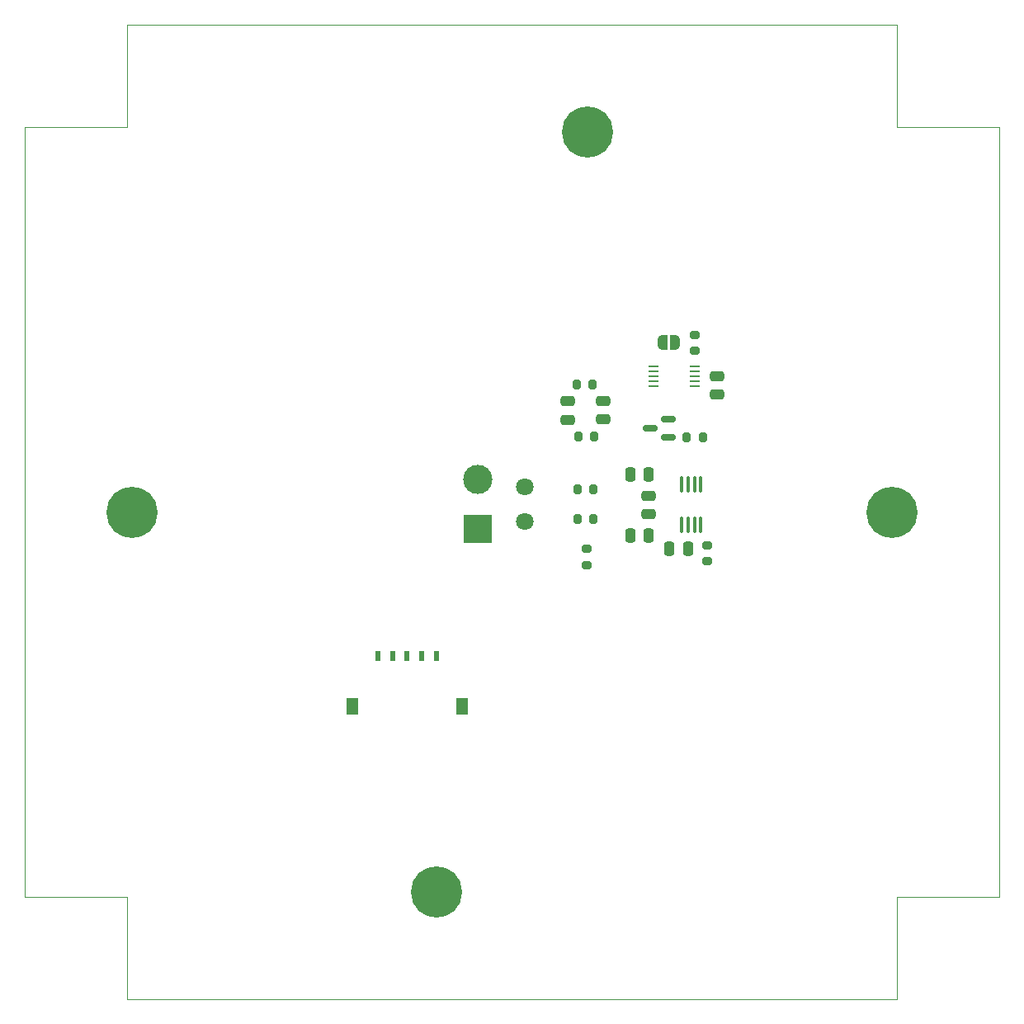
<source format=gbr>
%TF.GenerationSoftware,KiCad,Pcbnew,(6.0.9)*%
%TF.CreationDate,2023-03-20T12:04:43-07:00*%
%TF.ProjectId,solar-panel-side-Z,736f6c61-722d-4706-916e-656c2d736964,3.0*%
%TF.SameCoordinates,Original*%
%TF.FileFunction,Soldermask,Bot*%
%TF.FilePolarity,Negative*%
%FSLAX46Y46*%
G04 Gerber Fmt 4.6, Leading zero omitted, Abs format (unit mm)*
G04 Created by KiCad (PCBNEW (6.0.9)) date 2023-03-20 12:04:43*
%MOMM*%
%LPD*%
G01*
G04 APERTURE LIST*
G04 Aperture macros list*
%AMRoundRect*
0 Rectangle with rounded corners*
0 $1 Rounding radius*
0 $2 $3 $4 $5 $6 $7 $8 $9 X,Y pos of 4 corners*
0 Add a 4 corners polygon primitive as box body*
4,1,4,$2,$3,$4,$5,$6,$7,$8,$9,$2,$3,0*
0 Add four circle primitives for the rounded corners*
1,1,$1+$1,$2,$3*
1,1,$1+$1,$4,$5*
1,1,$1+$1,$6,$7*
1,1,$1+$1,$8,$9*
0 Add four rect primitives between the rounded corners*
20,1,$1+$1,$2,$3,$4,$5,0*
20,1,$1+$1,$4,$5,$6,$7,0*
20,1,$1+$1,$6,$7,$8,$9,0*
20,1,$1+$1,$8,$9,$2,$3,0*%
%AMFreePoly0*
4,1,22,0.500000,-0.750000,0.000000,-0.750000,0.000000,-0.745033,-0.079941,-0.743568,-0.215256,-0.701293,-0.333266,-0.622738,-0.424486,-0.514219,-0.481581,-0.384460,-0.499164,-0.250000,-0.500000,-0.250000,-0.500000,0.250000,-0.499164,0.250000,-0.499963,0.256109,-0.478152,0.396186,-0.417904,0.524511,-0.324060,0.630769,-0.204165,0.706417,-0.067858,0.745374,0.000000,0.744959,0.000000,0.750000,
0.500000,0.750000,0.500000,-0.750000,0.500000,-0.750000,$1*%
%AMFreePoly1*
4,1,20,0.000000,0.744959,0.073905,0.744508,0.209726,0.703889,0.328688,0.626782,0.421226,0.519385,0.479903,0.390333,0.500000,0.250000,0.500000,-0.250000,0.499851,-0.262216,0.476331,-0.402017,0.414519,-0.529596,0.319384,-0.634700,0.198574,-0.708877,0.061801,-0.746166,0.000000,-0.745033,0.000000,-0.750000,-0.500000,-0.750000,-0.500000,0.750000,0.000000,0.750000,0.000000,0.744959,
0.000000,0.744959,$1*%
G04 Aperture macros list end*
%TA.AperFunction,Profile*%
%ADD10C,0.050000*%
%TD*%
%ADD11R,3.000000X3.000000*%
%ADD12C,3.000000*%
%ADD13C,5.250000*%
%ADD14R,0.600000X1.000000*%
%ADD15R,1.250000X1.800000*%
%ADD16R,1.100000X0.250000*%
%ADD17C,1.800000*%
%ADD18RoundRect,0.250000X0.250000X0.475000X-0.250000X0.475000X-0.250000X-0.475000X0.250000X-0.475000X0*%
%ADD19RoundRect,0.250000X-0.250000X-0.475000X0.250000X-0.475000X0.250000X0.475000X-0.250000X0.475000X0*%
%ADD20RoundRect,0.250000X0.475000X-0.250000X0.475000X0.250000X-0.475000X0.250000X-0.475000X-0.250000X0*%
%ADD21FreePoly0,180.000000*%
%ADD22FreePoly1,180.000000*%
%ADD23RoundRect,0.200000X0.200000X0.275000X-0.200000X0.275000X-0.200000X-0.275000X0.200000X-0.275000X0*%
%ADD24RoundRect,0.200000X-0.275000X0.200000X-0.275000X-0.200000X0.275000X-0.200000X0.275000X0.200000X0*%
%ADD25RoundRect,0.250000X-0.475000X0.250000X-0.475000X-0.250000X0.475000X-0.250000X0.475000X0.250000X0*%
%ADD26RoundRect,0.200000X-0.200000X-0.275000X0.200000X-0.275000X0.200000X0.275000X-0.200000X0.275000X0*%
%ADD27RoundRect,0.100000X-0.100000X0.712500X-0.100000X-0.712500X0.100000X-0.712500X0.100000X0.712500X0*%
%ADD28RoundRect,0.150000X0.587500X0.150000X-0.587500X0.150000X-0.587500X-0.150000X0.587500X-0.150000X0*%
G04 APERTURE END LIST*
D10*
X99500000Y-45500000D02*
X110000000Y-45500000D01*
X189000000Y-135000000D02*
X110000000Y-135000000D01*
X199500000Y-124500000D02*
X189000000Y-124500000D01*
X189000000Y-45500000D02*
X199500000Y-45500000D01*
X99500000Y-124500000D02*
X99500000Y-45500000D01*
X110000000Y-135000000D02*
X110000000Y-124500000D01*
X110000000Y-35000000D02*
X189000000Y-35000000D01*
X110000000Y-124500000D02*
X99500000Y-124500000D01*
X199500000Y-45500000D02*
X199500000Y-124500000D01*
X189000000Y-35000000D02*
X189000000Y-45500000D01*
X110000000Y-45500000D02*
X110000000Y-35000000D01*
X189000000Y-124500000D02*
X189000000Y-135000000D01*
D11*
%TO.C,J3*%
X146000000Y-86710000D03*
D12*
X146000000Y-81630000D03*
%TD*%
D13*
%TO.C,J4*%
X110500000Y-85000000D03*
%TD*%
%TO.C,J5*%
X141750000Y-124000000D03*
%TD*%
%TO.C,J6*%
X157250000Y-46000000D03*
%TD*%
%TO.C,J7*%
X188500000Y-85000000D03*
%TD*%
D14*
%TO.C,J1*%
X141750000Y-99750000D03*
X140250000Y-99750000D03*
X138750001Y-99750000D03*
X137249999Y-99750000D03*
X135749999Y-99750000D03*
D15*
X144354999Y-104940000D03*
X133145001Y-104940000D03*
%TD*%
D16*
%TO.C,U5*%
X168300000Y-70060000D03*
X168300000Y-70560000D03*
X168300000Y-71060000D03*
X168300000Y-71560000D03*
X168300000Y-72060000D03*
X164000000Y-72060000D03*
X164000000Y-71560000D03*
X164000000Y-71060000D03*
X164000000Y-70560000D03*
X164000000Y-70060000D03*
%TD*%
D17*
%TO.C,J2*%
X150850000Y-82450000D03*
X150850000Y-85950000D03*
%TD*%
D18*
%TO.C,C6*%
X163560000Y-87420000D03*
X161660000Y-87420000D03*
%TD*%
D19*
%TO.C,C5*%
X161640000Y-81120000D03*
X163540000Y-81120000D03*
%TD*%
D20*
%TO.C,C7*%
X163560000Y-85220000D03*
X163560000Y-83320000D03*
%TD*%
D18*
%TO.C,C4*%
X167580000Y-88720000D03*
X165680000Y-88720000D03*
%TD*%
D20*
%TO.C,C8*%
X170530000Y-72960000D03*
X170530000Y-71060000D03*
%TD*%
D21*
%TO.C,JP1*%
X166250000Y-67590000D03*
D22*
X164950000Y-67590000D03*
%TD*%
D23*
%TO.C,FB1*%
X157960000Y-77250000D03*
X156310000Y-77250000D03*
%TD*%
D24*
%TO.C,R2*%
X157210000Y-88780000D03*
X157210000Y-90430000D03*
%TD*%
D25*
%TO.C,C9*%
X155200000Y-73620000D03*
X155200000Y-75520000D03*
%TD*%
D24*
%TO.C,FB3*%
X169540000Y-88410000D03*
X169540000Y-90060000D03*
%TD*%
D20*
%TO.C,C10*%
X158890000Y-75500000D03*
X158890000Y-73600000D03*
%TD*%
D26*
%TO.C,R5*%
X167430000Y-77350000D03*
X169080000Y-77350000D03*
%TD*%
%TO.C,R3*%
X156240000Y-82660000D03*
X157890000Y-82660000D03*
%TD*%
D23*
%TO.C,FB2*%
X157790000Y-71950000D03*
X156140000Y-71950000D03*
%TD*%
D27*
%TO.C,U4*%
X166930000Y-82115000D03*
X167580000Y-82115000D03*
X168230000Y-82115000D03*
X168880000Y-82115000D03*
X168880000Y-86340000D03*
X168230000Y-86340000D03*
X167580000Y-86340000D03*
X166930000Y-86340000D03*
%TD*%
D24*
%TO.C,R6*%
X168300000Y-66830000D03*
X168300000Y-68480000D03*
%TD*%
D28*
%TO.C,U6*%
X165530000Y-75440000D03*
X165530000Y-77340000D03*
X163655000Y-76390000D03*
%TD*%
D23*
%TO.C,R4*%
X157860000Y-85690000D03*
X156210000Y-85690000D03*
%TD*%
M02*

</source>
